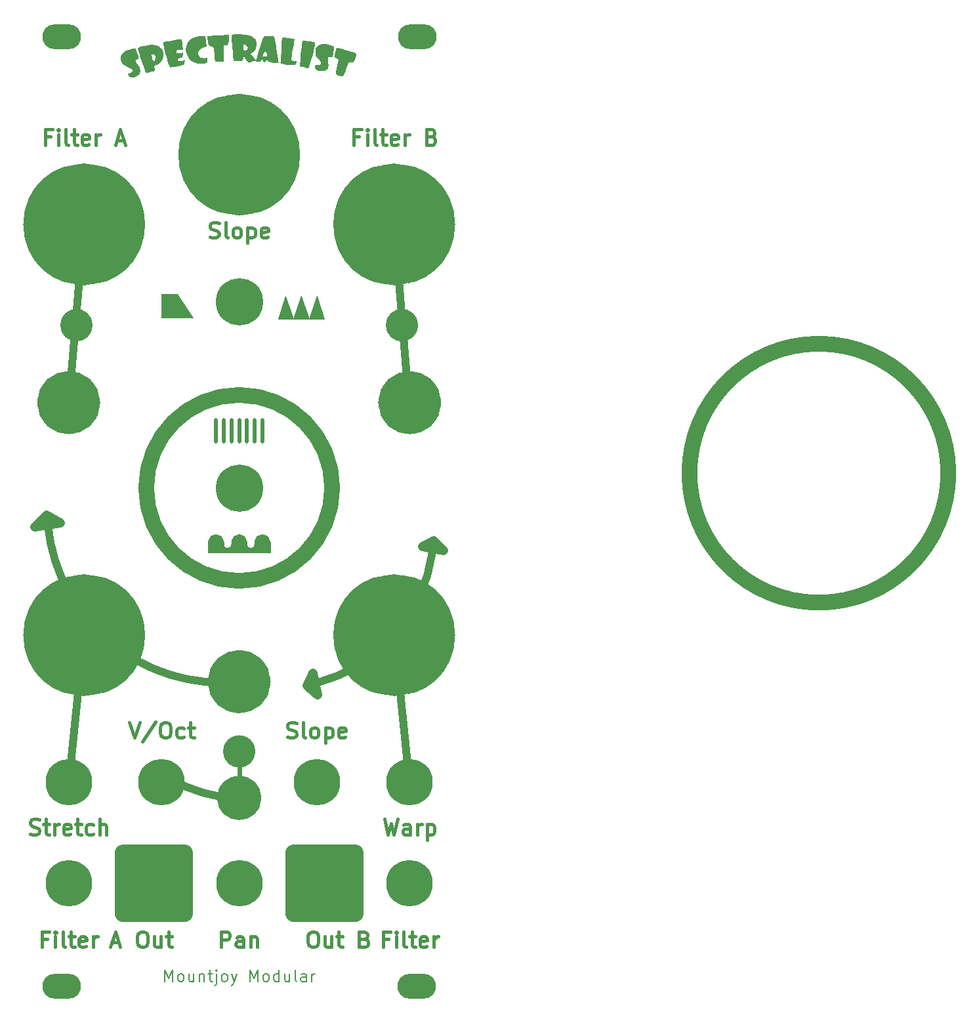
<source format=gbr>
%TF.GenerationSoftware,KiCad,Pcbnew,8.0.5*%
%TF.CreationDate,2025-01-09T11:38:12+00:00*%
%TF.ProjectId,Spectralist_Panel,53706563-7472-4616-9c69-73745f50616e,rev?*%
%TF.SameCoordinates,Original*%
%TF.FileFunction,Soldermask,Top*%
%TF.FilePolarity,Negative*%
%FSLAX46Y46*%
G04 Gerber Fmt 4.6, Leading zero omitted, Abs format (unit mm)*
G04 Created by KiCad (PCBNEW 8.0.5) date 2025-01-09 11:38:12*
%MOMM*%
%LPD*%
G01*
G04 APERTURE LIST*
%ADD10C,1.000000*%
%ADD11C,1.200000*%
%ADD12C,2.074846*%
%ADD13C,0.100000*%
%ADD14C,0.500000*%
%ADD15C,7.853175*%
%ADD16C,0.600000*%
%ADD17C,1.050000*%
%ADD18C,4.075000*%
%ADD19C,2.000000*%
%ADD20C,2.853175*%
%ADD21C,0.400000*%
%ADD22C,0.200000*%
%ADD23C,0.000000*%
%ADD24C,7.000000*%
%ADD25C,6.100000*%
%ADD26C,6.000000*%
%ADD27O,5.000000X3.200000*%
%ADD28C,6.400000*%
%ADD29C,3.500000*%
G04 APERTURE END LIST*
D10*
X130400000Y-142200000D02*
G75*
G02*
X120870299Y-139487569I1250277J22489423D01*
G01*
D11*
X153700000Y-109600000D02*
X155100000Y-108800000D01*
D12*
X131037423Y-136000000D02*
G75*
G02*
X128962577Y-136000000I-1037423J0D01*
G01*
X128962577Y-136000000D02*
G75*
G02*
X131037423Y-136000000I1037423J0D01*
G01*
D10*
X108000000Y-91000000D02*
X110000000Y-68000000D01*
D13*
X129000000Y-109000000D02*
X131000000Y-109000000D01*
X131000000Y-110000000D01*
X129000000Y-110000000D01*
X129000000Y-109000000D01*
G36*
X129000000Y-109000000D02*
G01*
X131000000Y-109000000D01*
X131000000Y-110000000D01*
X129000000Y-110000000D01*
X129000000Y-109000000D01*
G37*
D14*
X128000000Y-96000000D02*
X128000000Y-93250000D01*
D11*
X156400000Y-110100000D02*
X153700000Y-109600000D01*
D15*
X133926587Y-59000000D02*
G75*
G02*
X126073413Y-59000000I-3926587J0D01*
G01*
X126073413Y-59000000D02*
G75*
G02*
X133926587Y-59000000I3926587J0D01*
G01*
D16*
X130031383Y-137400000D02*
X130031383Y-143800000D01*
D17*
X133525000Y-109000000D02*
G75*
G02*
X132475000Y-109000000I-525000J0D01*
G01*
X132475000Y-109000000D02*
G75*
G02*
X133525000Y-109000000I525000J0D01*
G01*
D11*
X103650000Y-107050000D02*
X105150000Y-105550000D01*
D14*
X127000000Y-96000000D02*
X127000000Y-93250000D01*
D15*
X113926587Y-68000000D02*
G75*
G02*
X106073413Y-68000000I-3926587J0D01*
G01*
X106073413Y-68000000D02*
G75*
G02*
X113926587Y-68000000I3926587J0D01*
G01*
D12*
X152037423Y-81000000D02*
G75*
G02*
X149962577Y-81000000I-1037423J0D01*
G01*
X149962577Y-81000000D02*
G75*
G02*
X152037423Y-81000000I1037423J0D01*
G01*
D10*
X152000000Y-140000000D02*
X150000000Y-121000000D01*
D13*
X124000000Y-80000000D02*
X120000000Y-80000000D01*
X120000000Y-77000000D01*
X122000000Y-77000000D01*
X124000000Y-80000000D01*
G36*
X124000000Y-80000000D02*
G01*
X120000000Y-80000000D01*
X120000000Y-77000000D01*
X122000000Y-77000000D01*
X124000000Y-80000000D01*
G37*
D17*
X127525000Y-109000000D02*
G75*
G02*
X126475000Y-109000000I-525000J0D01*
G01*
X126475000Y-109000000D02*
G75*
G02*
X127525000Y-109000000I525000J0D01*
G01*
D11*
X105150000Y-105550000D02*
X106950000Y-106550000D01*
D14*
X132000000Y-96000000D02*
X132000000Y-93250000D01*
D15*
X113926587Y-121000000D02*
G75*
G02*
X106073413Y-121000000I-3926587J0D01*
G01*
X106073413Y-121000000D02*
G75*
G02*
X113926587Y-121000000I3926587J0D01*
G01*
D14*
X132202663Y-109305313D02*
G75*
G02*
X130802717Y-109299986I-699963J5313D01*
G01*
D13*
X126000000Y-109800000D02*
X134000000Y-109800000D01*
X134000000Y-110300000D01*
X126000000Y-110300000D01*
X126000000Y-109800000D01*
G36*
X126000000Y-109800000D02*
G01*
X134000000Y-109800000D01*
X134000000Y-110300000D01*
X126000000Y-110300000D01*
X126000000Y-109800000D01*
G37*
D14*
X131000000Y-96000000D02*
X131000000Y-93250000D01*
D18*
X110037500Y-91000000D02*
G75*
G02*
X105962500Y-91000000I-2037500J0D01*
G01*
X105962500Y-91000000D02*
G75*
G02*
X110037500Y-91000000I2037500J0D01*
G01*
D14*
X129199999Y-109305327D02*
G75*
G02*
X127799981Y-109300000I-699999J5327D01*
G01*
D15*
X153926587Y-121000000D02*
G75*
G02*
X146073413Y-121000000I-3926587J0D01*
G01*
X146073413Y-121000000D02*
G75*
G02*
X153926587Y-121000000I3926587J0D01*
G01*
D14*
X130000000Y-96000000D02*
X130000000Y-93250000D01*
D11*
X138800000Y-127500000D02*
X139500000Y-125900000D01*
D18*
X154037500Y-91000000D02*
G75*
G02*
X149962500Y-91000000I-2037500J0D01*
G01*
X149962500Y-91000000D02*
G75*
G02*
X154037500Y-91000000I2037500J0D01*
G01*
D19*
X115000000Y-149000000D02*
X123000000Y-149000000D01*
X123000000Y-157000000D01*
X115000000Y-157000000D01*
X115000000Y-149000000D01*
G36*
X115000000Y-149000000D02*
G01*
X123000000Y-149000000D01*
X123000000Y-157000000D01*
X115000000Y-157000000D01*
X115000000Y-149000000D01*
G37*
X142000000Y-102000000D02*
G75*
G02*
X118000000Y-102000000I-12000000J0D01*
G01*
X118000000Y-102000000D02*
G75*
G02*
X142000000Y-102000000I12000000J0D01*
G01*
D11*
X106950000Y-106550000D02*
X103650000Y-107050000D01*
D19*
X221501198Y-100098803D02*
G75*
G02*
X188098802Y-100098803I-16701198J0D01*
G01*
X188098802Y-100098803D02*
G75*
G02*
X221501198Y-100098803I16701198J0D01*
G01*
D11*
X139500000Y-125900000D02*
X140100000Y-128700000D01*
X140100000Y-128700000D02*
X138800000Y-127500000D01*
X155100000Y-108800000D02*
X156400000Y-110100000D01*
D10*
X130031754Y-127000000D02*
G75*
G02*
X105319064Y-106864249I-2271294J22445300D01*
G01*
D13*
X126000000Y-109000000D02*
X128000000Y-109000000D01*
X128000000Y-110000000D01*
X126000000Y-110000000D01*
X126000000Y-109000000D01*
G36*
X126000000Y-109000000D02*
G01*
X128000000Y-109000000D01*
X128000000Y-110000000D01*
X126000000Y-110000000D01*
X126000000Y-109000000D01*
G37*
X137000000Y-80200000D02*
X135000000Y-80200000D01*
X136000000Y-77200000D01*
X137000000Y-80200000D01*
G36*
X137000000Y-80200000D02*
G01*
X135000000Y-80200000D01*
X136000000Y-77200000D01*
X137000000Y-80200000D01*
G37*
X139000000Y-80200000D02*
X137000000Y-80200000D01*
X138000000Y-77200000D01*
X139000000Y-80200000D01*
G36*
X139000000Y-80200000D02*
G01*
X137000000Y-80200000D01*
X138000000Y-77200000D01*
X139000000Y-80200000D01*
G37*
X141000000Y-80200000D02*
X139000000Y-80200000D01*
X140000000Y-77200000D01*
X141000000Y-80200000D01*
G36*
X141000000Y-80200000D02*
G01*
X139000000Y-80200000D01*
X140000000Y-77200000D01*
X141000000Y-80200000D01*
G37*
D12*
X110037423Y-81000000D02*
G75*
G02*
X107962577Y-81000000I-1037423J0D01*
G01*
X107962577Y-81000000D02*
G75*
G02*
X110037423Y-81000000I1037423J0D01*
G01*
D20*
X131426587Y-142000000D02*
G75*
G02*
X128573413Y-142000000I-1426587J0D01*
G01*
X128573413Y-142000000D02*
G75*
G02*
X131426587Y-142000000I1426587J0D01*
G01*
D14*
X133000000Y-96000000D02*
X133000000Y-93250000D01*
D18*
X132037500Y-127000000D02*
G75*
G02*
X127962500Y-127000000I-2037500J0D01*
G01*
X127962500Y-127000000D02*
G75*
G02*
X132037500Y-127000000I2037500J0D01*
G01*
D10*
X108000000Y-140000000D02*
X110000000Y-121000000D01*
D19*
X137000000Y-149000000D02*
X145000000Y-149000000D01*
X145000000Y-157000000D01*
X137000000Y-157000000D01*
X137000000Y-149000000D01*
G36*
X137000000Y-149000000D02*
G01*
X145000000Y-149000000D01*
X145000000Y-157000000D01*
X137000000Y-157000000D01*
X137000000Y-149000000D01*
G37*
D10*
X152000000Y-92000000D02*
X150000000Y-68000000D01*
D13*
X132000000Y-109000000D02*
X134000000Y-109000000D01*
X134000000Y-110000000D01*
X132000000Y-110000000D01*
X132000000Y-109000000D01*
G36*
X132000000Y-109000000D02*
G01*
X134000000Y-109000000D01*
X134000000Y-110000000D01*
X132000000Y-110000000D01*
X132000000Y-109000000D01*
G37*
D10*
X154923857Y-110311906D02*
G75*
G02*
X139986295Y-127181051I-20173567J2815466D01*
G01*
D17*
X130525000Y-109000000D02*
G75*
G02*
X129475000Y-109000000I-525000J0D01*
G01*
X129475000Y-109000000D02*
G75*
G02*
X130525000Y-109000000I525000J0D01*
G01*
D15*
X153926587Y-68000000D02*
G75*
G02*
X146073413Y-68000000I-3926587J0D01*
G01*
X146073413Y-68000000D02*
G75*
G02*
X153926587Y-68000000I3926587J0D01*
G01*
D14*
X129000000Y-96000000D02*
X129000000Y-93250000D01*
D21*
X148714286Y-144734438D02*
X149190476Y-146734438D01*
X149190476Y-146734438D02*
X149571429Y-145305866D01*
X149571429Y-145305866D02*
X149952381Y-146734438D01*
X149952381Y-146734438D02*
X150428572Y-144734438D01*
X152047619Y-146734438D02*
X152047619Y-145686819D01*
X152047619Y-145686819D02*
X151952381Y-145496342D01*
X151952381Y-145496342D02*
X151761905Y-145401104D01*
X151761905Y-145401104D02*
X151380952Y-145401104D01*
X151380952Y-145401104D02*
X151190476Y-145496342D01*
X152047619Y-146639200D02*
X151857143Y-146734438D01*
X151857143Y-146734438D02*
X151380952Y-146734438D01*
X151380952Y-146734438D02*
X151190476Y-146639200D01*
X151190476Y-146639200D02*
X151095238Y-146448723D01*
X151095238Y-146448723D02*
X151095238Y-146258247D01*
X151095238Y-146258247D02*
X151190476Y-146067771D01*
X151190476Y-146067771D02*
X151380952Y-145972533D01*
X151380952Y-145972533D02*
X151857143Y-145972533D01*
X151857143Y-145972533D02*
X152047619Y-145877295D01*
X153000000Y-146734438D02*
X153000000Y-145401104D01*
X153000000Y-145782057D02*
X153095238Y-145591580D01*
X153095238Y-145591580D02*
X153190476Y-145496342D01*
X153190476Y-145496342D02*
X153380952Y-145401104D01*
X153380952Y-145401104D02*
X153571429Y-145401104D01*
X154238095Y-145401104D02*
X154238095Y-147401104D01*
X154238095Y-145496342D02*
X154428571Y-145401104D01*
X154428571Y-145401104D02*
X154809524Y-145401104D01*
X154809524Y-145401104D02*
X155000000Y-145496342D01*
X155000000Y-145496342D02*
X155095238Y-145591580D01*
X155095238Y-145591580D02*
X155190476Y-145782057D01*
X155190476Y-145782057D02*
X155190476Y-146353485D01*
X155190476Y-146353485D02*
X155095238Y-146543961D01*
X155095238Y-146543961D02*
X155000000Y-146639200D01*
X155000000Y-146639200D02*
X154809524Y-146734438D01*
X154809524Y-146734438D02*
X154428571Y-146734438D01*
X154428571Y-146734438D02*
X154238095Y-146639200D01*
X149238095Y-160186819D02*
X148571428Y-160186819D01*
X148571428Y-161234438D02*
X148571428Y-159234438D01*
X148571428Y-159234438D02*
X149523809Y-159234438D01*
X150285714Y-161234438D02*
X150285714Y-159901104D01*
X150285714Y-159234438D02*
X150190476Y-159329676D01*
X150190476Y-159329676D02*
X150285714Y-159424914D01*
X150285714Y-159424914D02*
X150380952Y-159329676D01*
X150380952Y-159329676D02*
X150285714Y-159234438D01*
X150285714Y-159234438D02*
X150285714Y-159424914D01*
X151523809Y-161234438D02*
X151333333Y-161139200D01*
X151333333Y-161139200D02*
X151238095Y-160948723D01*
X151238095Y-160948723D02*
X151238095Y-159234438D01*
X152000000Y-159901104D02*
X152761904Y-159901104D01*
X152285714Y-159234438D02*
X152285714Y-160948723D01*
X152285714Y-160948723D02*
X152380952Y-161139200D01*
X152380952Y-161139200D02*
X152571428Y-161234438D01*
X152571428Y-161234438D02*
X152761904Y-161234438D01*
X154190476Y-161139200D02*
X154000000Y-161234438D01*
X154000000Y-161234438D02*
X153619047Y-161234438D01*
X153619047Y-161234438D02*
X153428571Y-161139200D01*
X153428571Y-161139200D02*
X153333333Y-160948723D01*
X153333333Y-160948723D02*
X153333333Y-160186819D01*
X153333333Y-160186819D02*
X153428571Y-159996342D01*
X153428571Y-159996342D02*
X153619047Y-159901104D01*
X153619047Y-159901104D02*
X154000000Y-159901104D01*
X154000000Y-159901104D02*
X154190476Y-159996342D01*
X154190476Y-159996342D02*
X154285714Y-160186819D01*
X154285714Y-160186819D02*
X154285714Y-160377295D01*
X154285714Y-160377295D02*
X153333333Y-160567771D01*
X155142857Y-161234438D02*
X155142857Y-159901104D01*
X155142857Y-160282057D02*
X155238095Y-160091580D01*
X155238095Y-160091580D02*
X155333333Y-159996342D01*
X155333333Y-159996342D02*
X155523809Y-159901104D01*
X155523809Y-159901104D02*
X155714286Y-159901104D01*
X117333333Y-159234438D02*
X117714286Y-159234438D01*
X117714286Y-159234438D02*
X117904762Y-159329676D01*
X117904762Y-159329676D02*
X118095238Y-159520152D01*
X118095238Y-159520152D02*
X118190476Y-159901104D01*
X118190476Y-159901104D02*
X118190476Y-160567771D01*
X118190476Y-160567771D02*
X118095238Y-160948723D01*
X118095238Y-160948723D02*
X117904762Y-161139200D01*
X117904762Y-161139200D02*
X117714286Y-161234438D01*
X117714286Y-161234438D02*
X117333333Y-161234438D01*
X117333333Y-161234438D02*
X117142857Y-161139200D01*
X117142857Y-161139200D02*
X116952381Y-160948723D01*
X116952381Y-160948723D02*
X116857143Y-160567771D01*
X116857143Y-160567771D02*
X116857143Y-159901104D01*
X116857143Y-159901104D02*
X116952381Y-159520152D01*
X116952381Y-159520152D02*
X117142857Y-159329676D01*
X117142857Y-159329676D02*
X117333333Y-159234438D01*
X119904762Y-159901104D02*
X119904762Y-161234438D01*
X119047619Y-159901104D02*
X119047619Y-160948723D01*
X119047619Y-160948723D02*
X119142857Y-161139200D01*
X119142857Y-161139200D02*
X119333333Y-161234438D01*
X119333333Y-161234438D02*
X119619048Y-161234438D01*
X119619048Y-161234438D02*
X119809524Y-161139200D01*
X119809524Y-161139200D02*
X119904762Y-161043961D01*
X120571429Y-159901104D02*
X121333333Y-159901104D01*
X120857143Y-159234438D02*
X120857143Y-160948723D01*
X120857143Y-160948723D02*
X120952381Y-161139200D01*
X120952381Y-161139200D02*
X121142857Y-161234438D01*
X121142857Y-161234438D02*
X121333333Y-161234438D01*
X127666666Y-161234438D02*
X127666666Y-159234438D01*
X127666666Y-159234438D02*
X128428571Y-159234438D01*
X128428571Y-159234438D02*
X128619047Y-159329676D01*
X128619047Y-159329676D02*
X128714285Y-159424914D01*
X128714285Y-159424914D02*
X128809523Y-159615390D01*
X128809523Y-159615390D02*
X128809523Y-159901104D01*
X128809523Y-159901104D02*
X128714285Y-160091580D01*
X128714285Y-160091580D02*
X128619047Y-160186819D01*
X128619047Y-160186819D02*
X128428571Y-160282057D01*
X128428571Y-160282057D02*
X127666666Y-160282057D01*
X130523809Y-161234438D02*
X130523809Y-160186819D01*
X130523809Y-160186819D02*
X130428571Y-159996342D01*
X130428571Y-159996342D02*
X130238095Y-159901104D01*
X130238095Y-159901104D02*
X129857142Y-159901104D01*
X129857142Y-159901104D02*
X129666666Y-159996342D01*
X130523809Y-161139200D02*
X130333333Y-161234438D01*
X130333333Y-161234438D02*
X129857142Y-161234438D01*
X129857142Y-161234438D02*
X129666666Y-161139200D01*
X129666666Y-161139200D02*
X129571428Y-160948723D01*
X129571428Y-160948723D02*
X129571428Y-160758247D01*
X129571428Y-160758247D02*
X129666666Y-160567771D01*
X129666666Y-160567771D02*
X129857142Y-160472533D01*
X129857142Y-160472533D02*
X130333333Y-160472533D01*
X130333333Y-160472533D02*
X130523809Y-160377295D01*
X131476190Y-159901104D02*
X131476190Y-161234438D01*
X131476190Y-160091580D02*
X131571428Y-159996342D01*
X131571428Y-159996342D02*
X131761904Y-159901104D01*
X131761904Y-159901104D02*
X132047619Y-159901104D01*
X132047619Y-159901104D02*
X132238095Y-159996342D01*
X132238095Y-159996342D02*
X132333333Y-160186819D01*
X132333333Y-160186819D02*
X132333333Y-161234438D01*
D22*
X120428570Y-165683528D02*
X120428570Y-164183528D01*
X120428570Y-164183528D02*
X120928570Y-165254957D01*
X120928570Y-165254957D02*
X121428570Y-164183528D01*
X121428570Y-164183528D02*
X121428570Y-165683528D01*
X122357142Y-165683528D02*
X122214285Y-165612100D01*
X122214285Y-165612100D02*
X122142856Y-165540671D01*
X122142856Y-165540671D02*
X122071428Y-165397814D01*
X122071428Y-165397814D02*
X122071428Y-164969242D01*
X122071428Y-164969242D02*
X122142856Y-164826385D01*
X122142856Y-164826385D02*
X122214285Y-164754957D01*
X122214285Y-164754957D02*
X122357142Y-164683528D01*
X122357142Y-164683528D02*
X122571428Y-164683528D01*
X122571428Y-164683528D02*
X122714285Y-164754957D01*
X122714285Y-164754957D02*
X122785714Y-164826385D01*
X122785714Y-164826385D02*
X122857142Y-164969242D01*
X122857142Y-164969242D02*
X122857142Y-165397814D01*
X122857142Y-165397814D02*
X122785714Y-165540671D01*
X122785714Y-165540671D02*
X122714285Y-165612100D01*
X122714285Y-165612100D02*
X122571428Y-165683528D01*
X122571428Y-165683528D02*
X122357142Y-165683528D01*
X124142857Y-164683528D02*
X124142857Y-165683528D01*
X123499999Y-164683528D02*
X123499999Y-165469242D01*
X123499999Y-165469242D02*
X123571428Y-165612100D01*
X123571428Y-165612100D02*
X123714285Y-165683528D01*
X123714285Y-165683528D02*
X123928571Y-165683528D01*
X123928571Y-165683528D02*
X124071428Y-165612100D01*
X124071428Y-165612100D02*
X124142857Y-165540671D01*
X124857142Y-164683528D02*
X124857142Y-165683528D01*
X124857142Y-164826385D02*
X124928571Y-164754957D01*
X124928571Y-164754957D02*
X125071428Y-164683528D01*
X125071428Y-164683528D02*
X125285714Y-164683528D01*
X125285714Y-164683528D02*
X125428571Y-164754957D01*
X125428571Y-164754957D02*
X125500000Y-164897814D01*
X125500000Y-164897814D02*
X125500000Y-165683528D01*
X126000000Y-164683528D02*
X126571428Y-164683528D01*
X126214285Y-164183528D02*
X126214285Y-165469242D01*
X126214285Y-165469242D02*
X126285714Y-165612100D01*
X126285714Y-165612100D02*
X126428571Y-165683528D01*
X126428571Y-165683528D02*
X126571428Y-165683528D01*
X127071428Y-164683528D02*
X127071428Y-165969242D01*
X127071428Y-165969242D02*
X127000000Y-166112100D01*
X127000000Y-166112100D02*
X126857143Y-166183528D01*
X126857143Y-166183528D02*
X126785714Y-166183528D01*
X127071428Y-164183528D02*
X127000000Y-164254957D01*
X127000000Y-164254957D02*
X127071428Y-164326385D01*
X127071428Y-164326385D02*
X127142857Y-164254957D01*
X127142857Y-164254957D02*
X127071428Y-164183528D01*
X127071428Y-164183528D02*
X127071428Y-164326385D01*
X128000000Y-165683528D02*
X127857143Y-165612100D01*
X127857143Y-165612100D02*
X127785714Y-165540671D01*
X127785714Y-165540671D02*
X127714286Y-165397814D01*
X127714286Y-165397814D02*
X127714286Y-164969242D01*
X127714286Y-164969242D02*
X127785714Y-164826385D01*
X127785714Y-164826385D02*
X127857143Y-164754957D01*
X127857143Y-164754957D02*
X128000000Y-164683528D01*
X128000000Y-164683528D02*
X128214286Y-164683528D01*
X128214286Y-164683528D02*
X128357143Y-164754957D01*
X128357143Y-164754957D02*
X128428572Y-164826385D01*
X128428572Y-164826385D02*
X128500000Y-164969242D01*
X128500000Y-164969242D02*
X128500000Y-165397814D01*
X128500000Y-165397814D02*
X128428572Y-165540671D01*
X128428572Y-165540671D02*
X128357143Y-165612100D01*
X128357143Y-165612100D02*
X128214286Y-165683528D01*
X128214286Y-165683528D02*
X128000000Y-165683528D01*
X129000000Y-164683528D02*
X129357143Y-165683528D01*
X129714286Y-164683528D02*
X129357143Y-165683528D01*
X129357143Y-165683528D02*
X129214286Y-166040671D01*
X129214286Y-166040671D02*
X129142857Y-166112100D01*
X129142857Y-166112100D02*
X129000000Y-166183528D01*
X131428571Y-165683528D02*
X131428571Y-164183528D01*
X131428571Y-164183528D02*
X131928571Y-165254957D01*
X131928571Y-165254957D02*
X132428571Y-164183528D01*
X132428571Y-164183528D02*
X132428571Y-165683528D01*
X133357143Y-165683528D02*
X133214286Y-165612100D01*
X133214286Y-165612100D02*
X133142857Y-165540671D01*
X133142857Y-165540671D02*
X133071429Y-165397814D01*
X133071429Y-165397814D02*
X133071429Y-164969242D01*
X133071429Y-164969242D02*
X133142857Y-164826385D01*
X133142857Y-164826385D02*
X133214286Y-164754957D01*
X133214286Y-164754957D02*
X133357143Y-164683528D01*
X133357143Y-164683528D02*
X133571429Y-164683528D01*
X133571429Y-164683528D02*
X133714286Y-164754957D01*
X133714286Y-164754957D02*
X133785715Y-164826385D01*
X133785715Y-164826385D02*
X133857143Y-164969242D01*
X133857143Y-164969242D02*
X133857143Y-165397814D01*
X133857143Y-165397814D02*
X133785715Y-165540671D01*
X133785715Y-165540671D02*
X133714286Y-165612100D01*
X133714286Y-165612100D02*
X133571429Y-165683528D01*
X133571429Y-165683528D02*
X133357143Y-165683528D01*
X135142858Y-165683528D02*
X135142858Y-164183528D01*
X135142858Y-165612100D02*
X135000000Y-165683528D01*
X135000000Y-165683528D02*
X134714286Y-165683528D01*
X134714286Y-165683528D02*
X134571429Y-165612100D01*
X134571429Y-165612100D02*
X134500000Y-165540671D01*
X134500000Y-165540671D02*
X134428572Y-165397814D01*
X134428572Y-165397814D02*
X134428572Y-164969242D01*
X134428572Y-164969242D02*
X134500000Y-164826385D01*
X134500000Y-164826385D02*
X134571429Y-164754957D01*
X134571429Y-164754957D02*
X134714286Y-164683528D01*
X134714286Y-164683528D02*
X135000000Y-164683528D01*
X135000000Y-164683528D02*
X135142858Y-164754957D01*
X136500001Y-164683528D02*
X136500001Y-165683528D01*
X135857143Y-164683528D02*
X135857143Y-165469242D01*
X135857143Y-165469242D02*
X135928572Y-165612100D01*
X135928572Y-165612100D02*
X136071429Y-165683528D01*
X136071429Y-165683528D02*
X136285715Y-165683528D01*
X136285715Y-165683528D02*
X136428572Y-165612100D01*
X136428572Y-165612100D02*
X136500001Y-165540671D01*
X137428572Y-165683528D02*
X137285715Y-165612100D01*
X137285715Y-165612100D02*
X137214286Y-165469242D01*
X137214286Y-165469242D02*
X137214286Y-164183528D01*
X138642858Y-165683528D02*
X138642858Y-164897814D01*
X138642858Y-164897814D02*
X138571429Y-164754957D01*
X138571429Y-164754957D02*
X138428572Y-164683528D01*
X138428572Y-164683528D02*
X138142858Y-164683528D01*
X138142858Y-164683528D02*
X138000000Y-164754957D01*
X138642858Y-165612100D02*
X138500000Y-165683528D01*
X138500000Y-165683528D02*
X138142858Y-165683528D01*
X138142858Y-165683528D02*
X138000000Y-165612100D01*
X138000000Y-165612100D02*
X137928572Y-165469242D01*
X137928572Y-165469242D02*
X137928572Y-165326385D01*
X137928572Y-165326385D02*
X138000000Y-165183528D01*
X138000000Y-165183528D02*
X138142858Y-165112100D01*
X138142858Y-165112100D02*
X138500000Y-165112100D01*
X138500000Y-165112100D02*
X138642858Y-165040671D01*
X139357143Y-165683528D02*
X139357143Y-164683528D01*
X139357143Y-164969242D02*
X139428572Y-164826385D01*
X139428572Y-164826385D02*
X139500001Y-164754957D01*
X139500001Y-164754957D02*
X139642858Y-164683528D01*
X139642858Y-164683528D02*
X139785715Y-164683528D01*
D21*
X113523809Y-160663009D02*
X114476190Y-160663009D01*
X113333333Y-161234438D02*
X113999999Y-159234438D01*
X113999999Y-159234438D02*
X114666666Y-161234438D01*
X139333333Y-159234438D02*
X139714286Y-159234438D01*
X139714286Y-159234438D02*
X139904762Y-159329676D01*
X139904762Y-159329676D02*
X140095238Y-159520152D01*
X140095238Y-159520152D02*
X140190476Y-159901104D01*
X140190476Y-159901104D02*
X140190476Y-160567771D01*
X140190476Y-160567771D02*
X140095238Y-160948723D01*
X140095238Y-160948723D02*
X139904762Y-161139200D01*
X139904762Y-161139200D02*
X139714286Y-161234438D01*
X139714286Y-161234438D02*
X139333333Y-161234438D01*
X139333333Y-161234438D02*
X139142857Y-161139200D01*
X139142857Y-161139200D02*
X138952381Y-160948723D01*
X138952381Y-160948723D02*
X138857143Y-160567771D01*
X138857143Y-160567771D02*
X138857143Y-159901104D01*
X138857143Y-159901104D02*
X138952381Y-159520152D01*
X138952381Y-159520152D02*
X139142857Y-159329676D01*
X139142857Y-159329676D02*
X139333333Y-159234438D01*
X141904762Y-159901104D02*
X141904762Y-161234438D01*
X141047619Y-159901104D02*
X141047619Y-160948723D01*
X141047619Y-160948723D02*
X141142857Y-161139200D01*
X141142857Y-161139200D02*
X141333333Y-161234438D01*
X141333333Y-161234438D02*
X141619048Y-161234438D01*
X141619048Y-161234438D02*
X141809524Y-161139200D01*
X141809524Y-161139200D02*
X141904762Y-161043961D01*
X142571429Y-159901104D02*
X143333333Y-159901104D01*
X142857143Y-159234438D02*
X142857143Y-160948723D01*
X142857143Y-160948723D02*
X142952381Y-161139200D01*
X142952381Y-161139200D02*
X143142857Y-161234438D01*
X143142857Y-161234438D02*
X143333333Y-161234438D01*
X105238095Y-160186819D02*
X104571428Y-160186819D01*
X104571428Y-161234438D02*
X104571428Y-159234438D01*
X104571428Y-159234438D02*
X105523809Y-159234438D01*
X106285714Y-161234438D02*
X106285714Y-159901104D01*
X106285714Y-159234438D02*
X106190476Y-159329676D01*
X106190476Y-159329676D02*
X106285714Y-159424914D01*
X106285714Y-159424914D02*
X106380952Y-159329676D01*
X106380952Y-159329676D02*
X106285714Y-159234438D01*
X106285714Y-159234438D02*
X106285714Y-159424914D01*
X107523809Y-161234438D02*
X107333333Y-161139200D01*
X107333333Y-161139200D02*
X107238095Y-160948723D01*
X107238095Y-160948723D02*
X107238095Y-159234438D01*
X108000000Y-159901104D02*
X108761904Y-159901104D01*
X108285714Y-159234438D02*
X108285714Y-160948723D01*
X108285714Y-160948723D02*
X108380952Y-161139200D01*
X108380952Y-161139200D02*
X108571428Y-161234438D01*
X108571428Y-161234438D02*
X108761904Y-161234438D01*
X110190476Y-161139200D02*
X110000000Y-161234438D01*
X110000000Y-161234438D02*
X109619047Y-161234438D01*
X109619047Y-161234438D02*
X109428571Y-161139200D01*
X109428571Y-161139200D02*
X109333333Y-160948723D01*
X109333333Y-160948723D02*
X109333333Y-160186819D01*
X109333333Y-160186819D02*
X109428571Y-159996342D01*
X109428571Y-159996342D02*
X109619047Y-159901104D01*
X109619047Y-159901104D02*
X110000000Y-159901104D01*
X110000000Y-159901104D02*
X110190476Y-159996342D01*
X110190476Y-159996342D02*
X110285714Y-160186819D01*
X110285714Y-160186819D02*
X110285714Y-160377295D01*
X110285714Y-160377295D02*
X109333333Y-160567771D01*
X111142857Y-161234438D02*
X111142857Y-159901104D01*
X111142857Y-160282057D02*
X111238095Y-160091580D01*
X111238095Y-160091580D02*
X111333333Y-159996342D01*
X111333333Y-159996342D02*
X111523809Y-159901104D01*
X111523809Y-159901104D02*
X111714286Y-159901104D01*
X115809524Y-132234438D02*
X116476190Y-134234438D01*
X116476190Y-134234438D02*
X117142857Y-132234438D01*
X119238095Y-132139200D02*
X117523810Y-134710628D01*
X120285714Y-132234438D02*
X120666667Y-132234438D01*
X120666667Y-132234438D02*
X120857143Y-132329676D01*
X120857143Y-132329676D02*
X121047619Y-132520152D01*
X121047619Y-132520152D02*
X121142857Y-132901104D01*
X121142857Y-132901104D02*
X121142857Y-133567771D01*
X121142857Y-133567771D02*
X121047619Y-133948723D01*
X121047619Y-133948723D02*
X120857143Y-134139200D01*
X120857143Y-134139200D02*
X120666667Y-134234438D01*
X120666667Y-134234438D02*
X120285714Y-134234438D01*
X120285714Y-134234438D02*
X120095238Y-134139200D01*
X120095238Y-134139200D02*
X119904762Y-133948723D01*
X119904762Y-133948723D02*
X119809524Y-133567771D01*
X119809524Y-133567771D02*
X119809524Y-132901104D01*
X119809524Y-132901104D02*
X119904762Y-132520152D01*
X119904762Y-132520152D02*
X120095238Y-132329676D01*
X120095238Y-132329676D02*
X120285714Y-132234438D01*
X122857143Y-134139200D02*
X122666667Y-134234438D01*
X122666667Y-134234438D02*
X122285714Y-134234438D01*
X122285714Y-134234438D02*
X122095238Y-134139200D01*
X122095238Y-134139200D02*
X122000000Y-134043961D01*
X122000000Y-134043961D02*
X121904762Y-133853485D01*
X121904762Y-133853485D02*
X121904762Y-133282057D01*
X121904762Y-133282057D02*
X122000000Y-133091580D01*
X122000000Y-133091580D02*
X122095238Y-132996342D01*
X122095238Y-132996342D02*
X122285714Y-132901104D01*
X122285714Y-132901104D02*
X122666667Y-132901104D01*
X122666667Y-132901104D02*
X122857143Y-132996342D01*
X123428572Y-132901104D02*
X124190476Y-132901104D01*
X123714286Y-132234438D02*
X123714286Y-133948723D01*
X123714286Y-133948723D02*
X123809524Y-134139200D01*
X123809524Y-134139200D02*
X124000000Y-134234438D01*
X124000000Y-134234438D02*
X124190476Y-134234438D01*
X146142857Y-160186819D02*
X146428571Y-160282057D01*
X146428571Y-160282057D02*
X146523809Y-160377295D01*
X146523809Y-160377295D02*
X146619047Y-160567771D01*
X146619047Y-160567771D02*
X146619047Y-160853485D01*
X146619047Y-160853485D02*
X146523809Y-161043961D01*
X146523809Y-161043961D02*
X146428571Y-161139200D01*
X146428571Y-161139200D02*
X146238095Y-161234438D01*
X146238095Y-161234438D02*
X145476190Y-161234438D01*
X145476190Y-161234438D02*
X145476190Y-159234438D01*
X145476190Y-159234438D02*
X146142857Y-159234438D01*
X146142857Y-159234438D02*
X146333333Y-159329676D01*
X146333333Y-159329676D02*
X146428571Y-159424914D01*
X146428571Y-159424914D02*
X146523809Y-159615390D01*
X146523809Y-159615390D02*
X146523809Y-159805866D01*
X146523809Y-159805866D02*
X146428571Y-159996342D01*
X146428571Y-159996342D02*
X146333333Y-160091580D01*
X146333333Y-160091580D02*
X146142857Y-160186819D01*
X146142857Y-160186819D02*
X145476190Y-160186819D01*
X105619047Y-56686819D02*
X104952380Y-56686819D01*
X104952380Y-57734438D02*
X104952380Y-55734438D01*
X104952380Y-55734438D02*
X105904761Y-55734438D01*
X106666666Y-57734438D02*
X106666666Y-56401104D01*
X106666666Y-55734438D02*
X106571428Y-55829676D01*
X106571428Y-55829676D02*
X106666666Y-55924914D01*
X106666666Y-55924914D02*
X106761904Y-55829676D01*
X106761904Y-55829676D02*
X106666666Y-55734438D01*
X106666666Y-55734438D02*
X106666666Y-55924914D01*
X107904761Y-57734438D02*
X107714285Y-57639200D01*
X107714285Y-57639200D02*
X107619047Y-57448723D01*
X107619047Y-57448723D02*
X107619047Y-55734438D01*
X108380952Y-56401104D02*
X109142856Y-56401104D01*
X108666666Y-55734438D02*
X108666666Y-57448723D01*
X108666666Y-57448723D02*
X108761904Y-57639200D01*
X108761904Y-57639200D02*
X108952380Y-57734438D01*
X108952380Y-57734438D02*
X109142856Y-57734438D01*
X110571428Y-57639200D02*
X110380952Y-57734438D01*
X110380952Y-57734438D02*
X109999999Y-57734438D01*
X109999999Y-57734438D02*
X109809523Y-57639200D01*
X109809523Y-57639200D02*
X109714285Y-57448723D01*
X109714285Y-57448723D02*
X109714285Y-56686819D01*
X109714285Y-56686819D02*
X109809523Y-56496342D01*
X109809523Y-56496342D02*
X109999999Y-56401104D01*
X109999999Y-56401104D02*
X110380952Y-56401104D01*
X110380952Y-56401104D02*
X110571428Y-56496342D01*
X110571428Y-56496342D02*
X110666666Y-56686819D01*
X110666666Y-56686819D02*
X110666666Y-56877295D01*
X110666666Y-56877295D02*
X109714285Y-57067771D01*
X111523809Y-57734438D02*
X111523809Y-56401104D01*
X111523809Y-56782057D02*
X111619047Y-56591580D01*
X111619047Y-56591580D02*
X111714285Y-56496342D01*
X111714285Y-56496342D02*
X111904761Y-56401104D01*
X111904761Y-56401104D02*
X112095238Y-56401104D01*
X114190476Y-57163009D02*
X115142857Y-57163009D01*
X114000000Y-57734438D02*
X114666666Y-55734438D01*
X114666666Y-55734438D02*
X115333333Y-57734438D01*
X103047619Y-146639200D02*
X103333333Y-146734438D01*
X103333333Y-146734438D02*
X103809524Y-146734438D01*
X103809524Y-146734438D02*
X104000000Y-146639200D01*
X104000000Y-146639200D02*
X104095238Y-146543961D01*
X104095238Y-146543961D02*
X104190476Y-146353485D01*
X104190476Y-146353485D02*
X104190476Y-146163009D01*
X104190476Y-146163009D02*
X104095238Y-145972533D01*
X104095238Y-145972533D02*
X104000000Y-145877295D01*
X104000000Y-145877295D02*
X103809524Y-145782057D01*
X103809524Y-145782057D02*
X103428571Y-145686819D01*
X103428571Y-145686819D02*
X103238095Y-145591580D01*
X103238095Y-145591580D02*
X103142857Y-145496342D01*
X103142857Y-145496342D02*
X103047619Y-145305866D01*
X103047619Y-145305866D02*
X103047619Y-145115390D01*
X103047619Y-145115390D02*
X103142857Y-144924914D01*
X103142857Y-144924914D02*
X103238095Y-144829676D01*
X103238095Y-144829676D02*
X103428571Y-144734438D01*
X103428571Y-144734438D02*
X103904762Y-144734438D01*
X103904762Y-144734438D02*
X104190476Y-144829676D01*
X104761905Y-145401104D02*
X105523809Y-145401104D01*
X105047619Y-144734438D02*
X105047619Y-146448723D01*
X105047619Y-146448723D02*
X105142857Y-146639200D01*
X105142857Y-146639200D02*
X105333333Y-146734438D01*
X105333333Y-146734438D02*
X105523809Y-146734438D01*
X106190476Y-146734438D02*
X106190476Y-145401104D01*
X106190476Y-145782057D02*
X106285714Y-145591580D01*
X106285714Y-145591580D02*
X106380952Y-145496342D01*
X106380952Y-145496342D02*
X106571428Y-145401104D01*
X106571428Y-145401104D02*
X106761905Y-145401104D01*
X108190476Y-146639200D02*
X108000000Y-146734438D01*
X108000000Y-146734438D02*
X107619047Y-146734438D01*
X107619047Y-146734438D02*
X107428571Y-146639200D01*
X107428571Y-146639200D02*
X107333333Y-146448723D01*
X107333333Y-146448723D02*
X107333333Y-145686819D01*
X107333333Y-145686819D02*
X107428571Y-145496342D01*
X107428571Y-145496342D02*
X107619047Y-145401104D01*
X107619047Y-145401104D02*
X108000000Y-145401104D01*
X108000000Y-145401104D02*
X108190476Y-145496342D01*
X108190476Y-145496342D02*
X108285714Y-145686819D01*
X108285714Y-145686819D02*
X108285714Y-145877295D01*
X108285714Y-145877295D02*
X107333333Y-146067771D01*
X108857143Y-145401104D02*
X109619047Y-145401104D01*
X109142857Y-144734438D02*
X109142857Y-146448723D01*
X109142857Y-146448723D02*
X109238095Y-146639200D01*
X109238095Y-146639200D02*
X109428571Y-146734438D01*
X109428571Y-146734438D02*
X109619047Y-146734438D01*
X111142857Y-146639200D02*
X110952381Y-146734438D01*
X110952381Y-146734438D02*
X110571428Y-146734438D01*
X110571428Y-146734438D02*
X110380952Y-146639200D01*
X110380952Y-146639200D02*
X110285714Y-146543961D01*
X110285714Y-146543961D02*
X110190476Y-146353485D01*
X110190476Y-146353485D02*
X110190476Y-145782057D01*
X110190476Y-145782057D02*
X110285714Y-145591580D01*
X110285714Y-145591580D02*
X110380952Y-145496342D01*
X110380952Y-145496342D02*
X110571428Y-145401104D01*
X110571428Y-145401104D02*
X110952381Y-145401104D01*
X110952381Y-145401104D02*
X111142857Y-145496342D01*
X112000000Y-146734438D02*
X112000000Y-144734438D01*
X112857143Y-146734438D02*
X112857143Y-145686819D01*
X112857143Y-145686819D02*
X112761905Y-145496342D01*
X112761905Y-145496342D02*
X112571429Y-145401104D01*
X112571429Y-145401104D02*
X112285714Y-145401104D01*
X112285714Y-145401104D02*
X112095238Y-145496342D01*
X112095238Y-145496342D02*
X112000000Y-145591580D01*
X145476190Y-56686819D02*
X144809523Y-56686819D01*
X144809523Y-57734438D02*
X144809523Y-55734438D01*
X144809523Y-55734438D02*
X145761904Y-55734438D01*
X146523809Y-57734438D02*
X146523809Y-56401104D01*
X146523809Y-55734438D02*
X146428571Y-55829676D01*
X146428571Y-55829676D02*
X146523809Y-55924914D01*
X146523809Y-55924914D02*
X146619047Y-55829676D01*
X146619047Y-55829676D02*
X146523809Y-55734438D01*
X146523809Y-55734438D02*
X146523809Y-55924914D01*
X147761904Y-57734438D02*
X147571428Y-57639200D01*
X147571428Y-57639200D02*
X147476190Y-57448723D01*
X147476190Y-57448723D02*
X147476190Y-55734438D01*
X148238095Y-56401104D02*
X148999999Y-56401104D01*
X148523809Y-55734438D02*
X148523809Y-57448723D01*
X148523809Y-57448723D02*
X148619047Y-57639200D01*
X148619047Y-57639200D02*
X148809523Y-57734438D01*
X148809523Y-57734438D02*
X148999999Y-57734438D01*
X150428571Y-57639200D02*
X150238095Y-57734438D01*
X150238095Y-57734438D02*
X149857142Y-57734438D01*
X149857142Y-57734438D02*
X149666666Y-57639200D01*
X149666666Y-57639200D02*
X149571428Y-57448723D01*
X149571428Y-57448723D02*
X149571428Y-56686819D01*
X149571428Y-56686819D02*
X149666666Y-56496342D01*
X149666666Y-56496342D02*
X149857142Y-56401104D01*
X149857142Y-56401104D02*
X150238095Y-56401104D01*
X150238095Y-56401104D02*
X150428571Y-56496342D01*
X150428571Y-56496342D02*
X150523809Y-56686819D01*
X150523809Y-56686819D02*
X150523809Y-56877295D01*
X150523809Y-56877295D02*
X149571428Y-57067771D01*
X151380952Y-57734438D02*
X151380952Y-56401104D01*
X151380952Y-56782057D02*
X151476190Y-56591580D01*
X151476190Y-56591580D02*
X151571428Y-56496342D01*
X151571428Y-56496342D02*
X151761904Y-56401104D01*
X151761904Y-56401104D02*
X151952381Y-56401104D01*
X154809524Y-56686819D02*
X155095238Y-56782057D01*
X155095238Y-56782057D02*
X155190476Y-56877295D01*
X155190476Y-56877295D02*
X155285714Y-57067771D01*
X155285714Y-57067771D02*
X155285714Y-57353485D01*
X155285714Y-57353485D02*
X155190476Y-57543961D01*
X155190476Y-57543961D02*
X155095238Y-57639200D01*
X155095238Y-57639200D02*
X154904762Y-57734438D01*
X154904762Y-57734438D02*
X154142857Y-57734438D01*
X154142857Y-57734438D02*
X154142857Y-55734438D01*
X154142857Y-55734438D02*
X154809524Y-55734438D01*
X154809524Y-55734438D02*
X155000000Y-55829676D01*
X155000000Y-55829676D02*
X155095238Y-55924914D01*
X155095238Y-55924914D02*
X155190476Y-56115390D01*
X155190476Y-56115390D02*
X155190476Y-56305866D01*
X155190476Y-56305866D02*
X155095238Y-56496342D01*
X155095238Y-56496342D02*
X155000000Y-56591580D01*
X155000000Y-56591580D02*
X154809524Y-56686819D01*
X154809524Y-56686819D02*
X154142857Y-56686819D01*
X126238095Y-69639200D02*
X126523809Y-69734438D01*
X126523809Y-69734438D02*
X127000000Y-69734438D01*
X127000000Y-69734438D02*
X127190476Y-69639200D01*
X127190476Y-69639200D02*
X127285714Y-69543961D01*
X127285714Y-69543961D02*
X127380952Y-69353485D01*
X127380952Y-69353485D02*
X127380952Y-69163009D01*
X127380952Y-69163009D02*
X127285714Y-68972533D01*
X127285714Y-68972533D02*
X127190476Y-68877295D01*
X127190476Y-68877295D02*
X127000000Y-68782057D01*
X127000000Y-68782057D02*
X126619047Y-68686819D01*
X126619047Y-68686819D02*
X126428571Y-68591580D01*
X126428571Y-68591580D02*
X126333333Y-68496342D01*
X126333333Y-68496342D02*
X126238095Y-68305866D01*
X126238095Y-68305866D02*
X126238095Y-68115390D01*
X126238095Y-68115390D02*
X126333333Y-67924914D01*
X126333333Y-67924914D02*
X126428571Y-67829676D01*
X126428571Y-67829676D02*
X126619047Y-67734438D01*
X126619047Y-67734438D02*
X127095238Y-67734438D01*
X127095238Y-67734438D02*
X127380952Y-67829676D01*
X128523809Y-69734438D02*
X128333333Y-69639200D01*
X128333333Y-69639200D02*
X128238095Y-69448723D01*
X128238095Y-69448723D02*
X128238095Y-67734438D01*
X129571428Y-69734438D02*
X129380952Y-69639200D01*
X129380952Y-69639200D02*
X129285714Y-69543961D01*
X129285714Y-69543961D02*
X129190476Y-69353485D01*
X129190476Y-69353485D02*
X129190476Y-68782057D01*
X129190476Y-68782057D02*
X129285714Y-68591580D01*
X129285714Y-68591580D02*
X129380952Y-68496342D01*
X129380952Y-68496342D02*
X129571428Y-68401104D01*
X129571428Y-68401104D02*
X129857143Y-68401104D01*
X129857143Y-68401104D02*
X130047619Y-68496342D01*
X130047619Y-68496342D02*
X130142857Y-68591580D01*
X130142857Y-68591580D02*
X130238095Y-68782057D01*
X130238095Y-68782057D02*
X130238095Y-69353485D01*
X130238095Y-69353485D02*
X130142857Y-69543961D01*
X130142857Y-69543961D02*
X130047619Y-69639200D01*
X130047619Y-69639200D02*
X129857143Y-69734438D01*
X129857143Y-69734438D02*
X129571428Y-69734438D01*
X131095238Y-68401104D02*
X131095238Y-70401104D01*
X131095238Y-68496342D02*
X131285714Y-68401104D01*
X131285714Y-68401104D02*
X131666667Y-68401104D01*
X131666667Y-68401104D02*
X131857143Y-68496342D01*
X131857143Y-68496342D02*
X131952381Y-68591580D01*
X131952381Y-68591580D02*
X132047619Y-68782057D01*
X132047619Y-68782057D02*
X132047619Y-69353485D01*
X132047619Y-69353485D02*
X131952381Y-69543961D01*
X131952381Y-69543961D02*
X131857143Y-69639200D01*
X131857143Y-69639200D02*
X131666667Y-69734438D01*
X131666667Y-69734438D02*
X131285714Y-69734438D01*
X131285714Y-69734438D02*
X131095238Y-69639200D01*
X133666667Y-69639200D02*
X133476191Y-69734438D01*
X133476191Y-69734438D02*
X133095238Y-69734438D01*
X133095238Y-69734438D02*
X132904762Y-69639200D01*
X132904762Y-69639200D02*
X132809524Y-69448723D01*
X132809524Y-69448723D02*
X132809524Y-68686819D01*
X132809524Y-68686819D02*
X132904762Y-68496342D01*
X132904762Y-68496342D02*
X133095238Y-68401104D01*
X133095238Y-68401104D02*
X133476191Y-68401104D01*
X133476191Y-68401104D02*
X133666667Y-68496342D01*
X133666667Y-68496342D02*
X133761905Y-68686819D01*
X133761905Y-68686819D02*
X133761905Y-68877295D01*
X133761905Y-68877295D02*
X132809524Y-69067771D01*
X136238095Y-134139200D02*
X136523809Y-134234438D01*
X136523809Y-134234438D02*
X137000000Y-134234438D01*
X137000000Y-134234438D02*
X137190476Y-134139200D01*
X137190476Y-134139200D02*
X137285714Y-134043961D01*
X137285714Y-134043961D02*
X137380952Y-133853485D01*
X137380952Y-133853485D02*
X137380952Y-133663009D01*
X137380952Y-133663009D02*
X137285714Y-133472533D01*
X137285714Y-133472533D02*
X137190476Y-133377295D01*
X137190476Y-133377295D02*
X137000000Y-133282057D01*
X137000000Y-133282057D02*
X136619047Y-133186819D01*
X136619047Y-133186819D02*
X136428571Y-133091580D01*
X136428571Y-133091580D02*
X136333333Y-132996342D01*
X136333333Y-132996342D02*
X136238095Y-132805866D01*
X136238095Y-132805866D02*
X136238095Y-132615390D01*
X136238095Y-132615390D02*
X136333333Y-132424914D01*
X136333333Y-132424914D02*
X136428571Y-132329676D01*
X136428571Y-132329676D02*
X136619047Y-132234438D01*
X136619047Y-132234438D02*
X137095238Y-132234438D01*
X137095238Y-132234438D02*
X137380952Y-132329676D01*
X138523809Y-134234438D02*
X138333333Y-134139200D01*
X138333333Y-134139200D02*
X138238095Y-133948723D01*
X138238095Y-133948723D02*
X138238095Y-132234438D01*
X139571428Y-134234438D02*
X139380952Y-134139200D01*
X139380952Y-134139200D02*
X139285714Y-134043961D01*
X139285714Y-134043961D02*
X139190476Y-133853485D01*
X139190476Y-133853485D02*
X139190476Y-133282057D01*
X139190476Y-133282057D02*
X139285714Y-133091580D01*
X139285714Y-133091580D02*
X139380952Y-132996342D01*
X139380952Y-132996342D02*
X139571428Y-132901104D01*
X139571428Y-132901104D02*
X139857143Y-132901104D01*
X139857143Y-132901104D02*
X140047619Y-132996342D01*
X140047619Y-132996342D02*
X140142857Y-133091580D01*
X140142857Y-133091580D02*
X140238095Y-133282057D01*
X140238095Y-133282057D02*
X140238095Y-133853485D01*
X140238095Y-133853485D02*
X140142857Y-134043961D01*
X140142857Y-134043961D02*
X140047619Y-134139200D01*
X140047619Y-134139200D02*
X139857143Y-134234438D01*
X139857143Y-134234438D02*
X139571428Y-134234438D01*
X141095238Y-132901104D02*
X141095238Y-134901104D01*
X141095238Y-132996342D02*
X141285714Y-132901104D01*
X141285714Y-132901104D02*
X141666667Y-132901104D01*
X141666667Y-132901104D02*
X141857143Y-132996342D01*
X141857143Y-132996342D02*
X141952381Y-133091580D01*
X141952381Y-133091580D02*
X142047619Y-133282057D01*
X142047619Y-133282057D02*
X142047619Y-133853485D01*
X142047619Y-133853485D02*
X141952381Y-134043961D01*
X141952381Y-134043961D02*
X141857143Y-134139200D01*
X141857143Y-134139200D02*
X141666667Y-134234438D01*
X141666667Y-134234438D02*
X141285714Y-134234438D01*
X141285714Y-134234438D02*
X141095238Y-134139200D01*
X143666667Y-134139200D02*
X143476191Y-134234438D01*
X143476191Y-134234438D02*
X143095238Y-134234438D01*
X143095238Y-134234438D02*
X142904762Y-134139200D01*
X142904762Y-134139200D02*
X142809524Y-133948723D01*
X142809524Y-133948723D02*
X142809524Y-133186819D01*
X142809524Y-133186819D02*
X142904762Y-132996342D01*
X142904762Y-132996342D02*
X143095238Y-132901104D01*
X143095238Y-132901104D02*
X143476191Y-132901104D01*
X143476191Y-132901104D02*
X143666667Y-132996342D01*
X143666667Y-132996342D02*
X143761905Y-133186819D01*
X143761905Y-133186819D02*
X143761905Y-133377295D01*
X143761905Y-133377295D02*
X142809524Y-133567771D01*
D23*
%TO.C,G\u002A\u002A\u002A*%
G36*
X138511943Y-44295132D02*
G01*
X138826298Y-44339979D01*
X139167022Y-44396019D01*
X139481177Y-44454645D01*
X139715824Y-44507248D01*
X139811532Y-44539701D01*
X139819644Y-44644736D01*
X139781447Y-44893763D01*
X139706387Y-45251471D01*
X139603910Y-45682552D01*
X139483459Y-46151696D01*
X139354482Y-46623593D01*
X139226423Y-47062936D01*
X139108727Y-47434413D01*
X139010840Y-47702716D01*
X138942207Y-47832535D01*
X138928902Y-47839218D01*
X138786340Y-47814824D01*
X138525589Y-47763253D01*
X138309294Y-47718143D01*
X138007124Y-47642171D01*
X137852969Y-47564297D01*
X137807232Y-47461083D01*
X137808714Y-47421862D01*
X137873875Y-46789787D01*
X137940127Y-46171318D01*
X138004174Y-45594848D01*
X138062721Y-45088771D01*
X138112474Y-44681480D01*
X138150137Y-44401368D01*
X138172414Y-44276829D01*
X138174093Y-44273451D01*
X138276895Y-44270087D01*
X138511943Y-44295132D01*
G37*
G36*
X128678067Y-43952767D02*
G01*
X128662514Y-44286770D01*
X128624519Y-44598641D01*
X128619052Y-44627602D01*
X128548252Y-44837090D01*
X128410791Y-44915068D01*
X128288569Y-44922676D01*
X128017101Y-44922676D01*
X128017101Y-45961338D01*
X128017101Y-47000000D01*
X127462754Y-47000000D01*
X126908408Y-47000000D01*
X126846420Y-46409851D01*
X126789276Y-45872674D01*
X126742985Y-45495103D01*
X126697884Y-45249013D01*
X126644311Y-45106281D01*
X126572604Y-45038782D01*
X126473100Y-45018392D01*
X126367922Y-45017100D01*
X126205143Y-45009645D01*
X126105434Y-44959753D01*
X126042004Y-44826133D01*
X125988064Y-44567494D01*
X125957229Y-44384115D01*
X125909701Y-44061352D01*
X125885456Y-43820754D01*
X125889665Y-43713823D01*
X125889922Y-43713547D01*
X125992604Y-43696906D01*
X126249722Y-43676473D01*
X126626963Y-43654411D01*
X127090008Y-43632883D01*
X127302786Y-43624485D01*
X128678067Y-43573006D01*
X128678067Y-43952767D01*
G37*
G36*
X125710268Y-44419558D02*
G01*
X125812140Y-45096738D01*
X125474658Y-45158989D01*
X125118738Y-45291755D01*
X124861067Y-45516684D01*
X124720300Y-45794418D01*
X124715092Y-46085601D01*
X124864100Y-46350877D01*
X124895378Y-46381053D01*
X125125559Y-46494862D01*
X125436903Y-46545359D01*
X125732255Y-46522977D01*
X125853829Y-46475431D01*
X125923246Y-46474273D01*
X125931288Y-46614000D01*
X125911340Y-46760959D01*
X125862939Y-47002618D01*
X125816172Y-47150684D01*
X125807468Y-47163783D01*
X125696229Y-47193642D01*
X125451938Y-47225817D01*
X125166070Y-47250428D01*
X124736434Y-47256146D01*
X124403336Y-47196149D01*
X124189031Y-47111780D01*
X123729284Y-46807722D01*
X123395778Y-46408526D01*
X123190244Y-45947318D01*
X123114415Y-45457222D01*
X123170023Y-44971364D01*
X123358798Y-44522868D01*
X123682473Y-44144860D01*
X124022366Y-43923819D01*
X124470132Y-43787985D01*
X124995090Y-43745289D01*
X125608396Y-43742379D01*
X125710268Y-44419558D01*
G37*
G36*
X116863397Y-45876281D02*
G01*
X116981513Y-46230984D01*
X117040657Y-46446142D01*
X117041453Y-46561408D01*
X116984524Y-46616432D01*
X116875570Y-46649539D01*
X116671853Y-46762892D01*
X116639813Y-46952179D01*
X116779498Y-47218395D01*
X116911939Y-47378655D01*
X117169790Y-47768108D01*
X117251596Y-48150324D01*
X117161967Y-48499710D01*
X116905512Y-48790673D01*
X116629726Y-48945662D01*
X116254194Y-49063317D01*
X115983339Y-49045947D01*
X115784416Y-48888055D01*
X115722794Y-48793455D01*
X115622550Y-48603782D01*
X115620519Y-48526094D01*
X115717154Y-48510797D01*
X115725390Y-48510780D01*
X115947169Y-48455661D01*
X116141122Y-48323425D01*
X116247408Y-48163753D01*
X116245590Y-48078882D01*
X116136286Y-47969556D01*
X115902789Y-47821098D01*
X115597195Y-47666388D01*
X115268470Y-47492677D01*
X114994237Y-47303953D01*
X114844156Y-47153627D01*
X114714696Y-46814610D01*
X114694617Y-46421130D01*
X114788722Y-46072737D01*
X114791718Y-46067070D01*
X114970187Y-45877151D01*
X115278605Y-45680704D01*
X115661237Y-45505634D01*
X116062349Y-45379844D01*
X116228967Y-45347502D01*
X116662852Y-45282437D01*
X116863397Y-45876281D01*
G37*
G36*
X135905028Y-43899898D02*
G01*
X136198032Y-43933636D01*
X136525018Y-43978744D01*
X136828745Y-44026836D01*
X137051972Y-44069530D01*
X137136202Y-44095805D01*
X137132579Y-44196027D01*
X137098651Y-44446792D01*
X137039778Y-44813193D01*
X136961320Y-45260324D01*
X136937379Y-45390868D01*
X136851458Y-45864130D01*
X136779794Y-46275969D01*
X136728838Y-46588009D01*
X136705043Y-46761878D01*
X136704090Y-46778521D01*
X136789492Y-46870829D01*
X137049295Y-46905247D01*
X137088148Y-46905576D01*
X137329330Y-46915039D01*
X137425203Y-46962654D01*
X137419075Y-47077258D01*
X137407209Y-47118029D01*
X137345089Y-47298330D01*
X137266958Y-47411444D01*
X137136210Y-47465999D01*
X136916241Y-47470624D01*
X136570445Y-47433948D01*
X136250687Y-47390641D01*
X135790753Y-47320182D01*
X135497752Y-47257099D01*
X135350242Y-47195403D01*
X135325508Y-47132178D01*
X135345275Y-46999911D01*
X135369538Y-46713340D01*
X135395980Y-46306882D01*
X135422282Y-45814958D01*
X135439035Y-45446132D01*
X135464391Y-44870579D01*
X135487263Y-44457062D01*
X135512170Y-44178903D01*
X135543628Y-44009421D01*
X135586157Y-43921936D01*
X135644274Y-43889768D01*
X135703247Y-43885913D01*
X135905028Y-43899898D01*
G37*
G36*
X141228531Y-44758867D02*
G01*
X141776069Y-44885831D01*
X142041031Y-44978528D01*
X142219930Y-45047801D01*
X142261149Y-45068602D01*
X142262214Y-45169574D01*
X142233743Y-45406364D01*
X142181806Y-45729329D01*
X142177194Y-45755302D01*
X142112777Y-46096701D01*
X142055544Y-46291732D01*
X141980163Y-46380056D01*
X141861305Y-46401332D01*
X141766232Y-46398739D01*
X141472491Y-46386245D01*
X141505110Y-47104087D01*
X141517690Y-47472388D01*
X141505788Y-47703639D01*
X141456827Y-47849262D01*
X141358229Y-47960678D01*
X141279922Y-48024719D01*
X141005670Y-48158171D01*
X140654468Y-48224590D01*
X140303276Y-48218920D01*
X140029054Y-48136104D01*
X139989762Y-48109479D01*
X139871153Y-47935475D01*
X139800316Y-47692033D01*
X139785259Y-47501446D01*
X139840917Y-47418932D01*
X140015713Y-47404217D01*
X140140905Y-47408762D01*
X140416032Y-47387763D01*
X140540976Y-47287525D01*
X140516630Y-47096821D01*
X140343887Y-46804426D01*
X140203767Y-46618635D01*
X139974599Y-46299164D01*
X139856365Y-46042154D01*
X139820277Y-45783017D01*
X139820075Y-45757804D01*
X139865902Y-45353716D01*
X140019911Y-45072598D01*
X140290304Y-44876442D01*
X140712784Y-44753855D01*
X141228531Y-44758867D01*
G37*
G36*
X142780390Y-45230849D02*
G01*
X143066938Y-45298984D01*
X143456806Y-45400503D01*
X143911037Y-45525556D01*
X144002061Y-45551351D01*
X144508625Y-45695187D01*
X144855847Y-45806506D01*
X145063880Y-45911486D01*
X145152876Y-46036308D01*
X145142987Y-46207151D01*
X145054366Y-46450196D01*
X144924864Y-46750166D01*
X144808199Y-47003310D01*
X144711638Y-47117534D01*
X144584909Y-47129162D01*
X144447978Y-47094750D01*
X144324666Y-47056999D01*
X144235559Y-47045051D01*
X144163183Y-47085037D01*
X144090060Y-47203090D01*
X143998717Y-47425341D01*
X143871678Y-47777922D01*
X143737817Y-48156691D01*
X143592363Y-48541964D01*
X143464380Y-48771910D01*
X143314750Y-48871369D01*
X143104353Y-48865183D01*
X142794071Y-48778193D01*
X142770818Y-48770753D01*
X142614188Y-48710956D01*
X142518129Y-48629862D01*
X142479689Y-48494088D01*
X142495916Y-48270250D01*
X142563859Y-47924965D01*
X142659611Y-47512969D01*
X142754257Y-47078488D01*
X142786785Y-46793740D01*
X142750317Y-46627871D01*
X142637974Y-46550026D01*
X142442879Y-46529350D01*
X142440335Y-46529327D01*
X142346816Y-46525834D01*
X142296927Y-46491666D01*
X142287418Y-46388231D01*
X142315037Y-46176938D01*
X142376533Y-45819197D01*
X142379210Y-45803831D01*
X142453791Y-45455230D01*
X142533428Y-45265811D01*
X142630803Y-45206061D01*
X142636118Y-45205948D01*
X142780390Y-45230849D01*
G37*
G36*
X119235403Y-44864556D02*
G01*
X119628222Y-44989699D01*
X119910853Y-45228033D01*
X120116952Y-45603908D01*
X120225697Y-45933090D01*
X120239664Y-46303402D01*
X120108681Y-46695840D01*
X119862551Y-47060953D01*
X119531081Y-47349290D01*
X119302103Y-47465449D01*
X119125895Y-47555276D01*
X119073372Y-47686096D01*
X119097676Y-47883132D01*
X119124236Y-48073765D01*
X119083779Y-48181767D01*
X118935030Y-48251841D01*
X118700778Y-48312972D01*
X118400291Y-48388226D01*
X118159249Y-48451345D01*
X118088007Y-48471342D01*
X118021409Y-48459358D01*
X117945860Y-48370456D01*
X117851966Y-48183399D01*
X117730331Y-47876956D01*
X117571560Y-47429893D01*
X117391947Y-46898145D01*
X117196458Y-46302611D01*
X117147722Y-46145236D01*
X118688419Y-46145236D01*
X118703256Y-46213900D01*
X118764197Y-46436796D01*
X118817719Y-46650634D01*
X118910815Y-46859296D01*
X119025919Y-46903429D01*
X119128878Y-46798808D01*
X119185541Y-46561209D01*
X119188476Y-46479376D01*
X119174838Y-46234748D01*
X119108165Y-46119784D01*
X118949816Y-46075850D01*
X118920193Y-46072264D01*
X118734133Y-46070471D01*
X118688419Y-46145236D01*
X117147722Y-46145236D01*
X117059931Y-45861749D01*
X116976868Y-45552725D01*
X116941769Y-45352707D01*
X116949133Y-45238860D01*
X116981636Y-45194655D01*
X117290121Y-45055543D01*
X117722076Y-44938833D01*
X118212317Y-44858433D01*
X118695658Y-44828254D01*
X118698744Y-44828253D01*
X119235403Y-44864556D01*
G37*
G36*
X122584368Y-44089659D02*
G01*
X122605315Y-44191564D01*
X122636448Y-44432109D01*
X122671455Y-44761809D01*
X122675581Y-44804647D01*
X122740803Y-45489219D01*
X122373128Y-45489219D01*
X122086078Y-45503604D01*
X121950577Y-45563565D01*
X121930431Y-45694309D01*
X121949661Y-45784125D01*
X122008858Y-45903910D01*
X122137689Y-45938717D01*
X122364299Y-45911993D01*
X122729368Y-45850315D01*
X122729368Y-46189098D01*
X122715731Y-46414257D01*
X122637563Y-46508052D01*
X122438983Y-46527771D01*
X122398885Y-46527881D01*
X122149587Y-46566782D01*
X122069293Y-46687058D01*
X122144849Y-46879722D01*
X122248405Y-46945797D01*
X122453392Y-46927577D01*
X122577164Y-46896445D01*
X122813725Y-46842507D01*
X122959595Y-46830554D01*
X122974938Y-46836399D01*
X122985692Y-46946280D01*
X122957553Y-47157351D01*
X122956323Y-47163554D01*
X122919990Y-47302261D01*
X122852239Y-47396391D01*
X122714528Y-47465051D01*
X122468313Y-47527346D01*
X122075050Y-47602384D01*
X122068713Y-47603543D01*
X121680717Y-47671769D01*
X121354343Y-47724112D01*
X121141015Y-47752525D01*
X121098203Y-47755390D01*
X121029706Y-47700314D01*
X120945809Y-47524239D01*
X120841035Y-47210899D01*
X120709910Y-46744025D01*
X120556712Y-46146537D01*
X120428976Y-45623550D01*
X120322463Y-45167174D01*
X120243804Y-44807551D01*
X120199631Y-44574824D01*
X120194277Y-44499156D01*
X120297454Y-44467991D01*
X120541413Y-44416268D01*
X120883066Y-44351369D01*
X121279328Y-44280676D01*
X121687113Y-44211570D01*
X122063334Y-44151434D01*
X122364906Y-44107649D01*
X122548742Y-44087599D01*
X122584368Y-44089659D01*
G37*
G36*
X130781533Y-43502251D02*
G01*
X131333345Y-43595128D01*
X131740453Y-43759659D01*
X132019983Y-44001516D01*
X132117832Y-44154322D01*
X132235457Y-44528153D01*
X132243077Y-44931601D01*
X132153345Y-45313544D01*
X131978914Y-45622860D01*
X131732437Y-45808429D01*
X131706144Y-45817635D01*
X131550174Y-45901013D01*
X131510781Y-45964415D01*
X131569321Y-46082910D01*
X131712579Y-46273029D01*
X131892009Y-46479124D01*
X132059066Y-46645547D01*
X132165204Y-46716649D01*
X132167064Y-46716728D01*
X132216996Y-46629100D01*
X132310622Y-46379798D01*
X132341483Y-46287638D01*
X133044879Y-46287638D01*
X133136104Y-46333627D01*
X133347133Y-46339033D01*
X133563071Y-46329756D01*
X133630400Y-46265037D01*
X133589356Y-46089546D01*
X133570306Y-46032156D01*
X133456344Y-45745350D01*
X133357252Y-45639738D01*
X133257684Y-45710098D01*
X133165364Y-45894376D01*
X133060748Y-46156183D01*
X133044879Y-46287638D01*
X132341483Y-46287638D01*
X132441419Y-45989197D01*
X132602863Y-45477673D01*
X132788432Y-44865600D01*
X132991601Y-44173354D01*
X133081525Y-43860409D01*
X133139802Y-43769655D01*
X133277506Y-43719154D01*
X133536845Y-43698713D01*
X133759709Y-43696613D01*
X134097473Y-43707183D01*
X134364069Y-43733405D01*
X134496266Y-43767431D01*
X134545836Y-43880830D01*
X134612270Y-44147162D01*
X134688426Y-44532044D01*
X134767165Y-45001093D01*
X134804802Y-45253160D01*
X134879533Y-45771587D01*
X134948328Y-46243263D01*
X135005156Y-46627247D01*
X135043987Y-46882597D01*
X135053561Y-46942128D01*
X135099342Y-47214739D01*
X134479786Y-47165007D01*
X134089019Y-47115945D01*
X133847979Y-47037899D01*
X133732695Y-46940861D01*
X133632730Y-46827063D01*
X133537944Y-46836651D01*
X133393990Y-46954041D01*
X133227066Y-47063806D01*
X133145997Y-47036996D01*
X133062750Y-46882370D01*
X132973948Y-46753725D01*
X132872349Y-46633904D01*
X132839639Y-46677374D01*
X132835717Y-46787546D01*
X132802509Y-46933723D01*
X132672369Y-46992212D01*
X132510099Y-47000000D01*
X132283322Y-46971792D01*
X132156568Y-46902857D01*
X132151693Y-46892625D01*
X132052293Y-46854518D01*
X131809826Y-46923877D01*
X131673265Y-46981050D01*
X131230627Y-47176849D01*
X130924122Y-46750048D01*
X130617616Y-46323247D01*
X130542168Y-46614411D01*
X130492736Y-46771982D01*
X130415528Y-46859082D01*
X130261884Y-46896596D01*
X129983142Y-46905408D01*
X129863721Y-46905576D01*
X129260722Y-46905576D01*
X129202205Y-46173792D01*
X129166481Y-45734824D01*
X129122168Y-45201406D01*
X129119377Y-45168346D01*
X130566543Y-45168346D01*
X130576100Y-45430474D01*
X130620303Y-45549842D01*
X130722446Y-45572196D01*
X130769353Y-45566604D01*
X130982720Y-45468935D01*
X131075748Y-45371189D01*
X131119288Y-45152489D01*
X130998357Y-44949399D01*
X130774473Y-44816832D01*
X130647339Y-44784700D01*
X130586475Y-44840092D01*
X130567703Y-45023886D01*
X130566543Y-45168346D01*
X129119377Y-45168346D01*
X129077071Y-44667220D01*
X129062577Y-44497769D01*
X129031656Y-44097236D01*
X129013224Y-43773305D01*
X129009280Y-43567754D01*
X129015685Y-43517117D01*
X129118257Y-43501831D01*
X129369431Y-43488655D01*
X129728961Y-43479188D01*
X130067890Y-43475355D01*
X130781533Y-43502251D01*
G37*
%TD*%
D24*
%TO.C,Ref\u002A\u002A*%
X110000000Y-121000000D03*
%TD*%
D25*
%TO.C,Ref\u002A\u002A*%
X130000000Y-102000000D03*
%TD*%
D26*
%TO.C,Ref\u002A\u002A*%
X140000000Y-140000000D03*
%TD*%
%TO.C,Ref\u002A\u002A*%
X108000000Y-140000000D03*
%TD*%
%TO.C,Ref\u002A\u002A*%
X120000000Y-140000000D03*
%TD*%
D25*
%TO.C,Ref\u002A\u002A*%
X130000000Y-78000000D03*
%TD*%
D24*
%TO.C,Ref\u002A\u002A*%
X150000000Y-121000000D03*
%TD*%
D26*
%TO.C,Ref\u002A\u002A*%
X108000000Y-153000000D03*
%TD*%
D27*
%TO.C,Ref\u002A\u002A*%
X153000000Y-43800000D03*
%TD*%
D26*
%TO.C,Ref\u002A\u002A*%
X119000000Y-153000000D03*
%TD*%
D24*
%TO.C,Ref\u002A\u002A*%
X150000000Y-68000000D03*
%TD*%
D26*
%TO.C,Ref\u002A\u002A*%
X152000000Y-153000000D03*
%TD*%
%TO.C,Ref\u002A\u002A*%
X130000000Y-153000000D03*
%TD*%
D27*
%TO.C,Ref\u002A\u002A*%
X107100000Y-166300000D03*
%TD*%
%TO.C,Ref\u002A\u002A*%
X152900000Y-166300000D03*
%TD*%
D24*
%TO.C,Ref\u002A\u002A*%
X110000000Y-68000000D03*
%TD*%
D26*
%TO.C,Ref\u002A\u002A*%
X152000000Y-140000000D03*
%TD*%
D28*
%TO.C,Ref\u002A\u002A*%
X130000000Y-127000000D03*
%TD*%
%TO.C,Ref\u002A\u002A*%
X152000000Y-91000000D03*
%TD*%
D26*
%TO.C,Ref\u002A\u002A*%
X141000000Y-153000000D03*
%TD*%
D27*
%TO.C,Ref\u002A\u002A*%
X107100000Y-43800000D03*
%TD*%
D24*
%TO.C,Ref\u002A\u002A*%
X130000000Y-59000000D03*
%TD*%
D29*
%TO.C,Ref\u002A\u002A*%
X130000000Y-142000000D03*
%TD*%
D28*
%TO.C,Ref\u002A\u002A*%
X108000000Y-91000000D03*
%TD*%
G36*
X151290927Y-79447271D02*
G01*
X151301061Y-79448477D01*
X151323082Y-79452023D01*
X151332724Y-79453971D01*
X151514642Y-79498298D01*
X151533313Y-79504452D01*
X151701377Y-79575057D01*
X151718842Y-79584084D01*
X151873904Y-79680531D01*
X151889261Y-79691806D01*
X152107502Y-79879476D01*
X152120552Y-79892508D01*
X152308717Y-80110674D01*
X152320054Y-80126077D01*
X152416881Y-80281445D01*
X152425981Y-80299036D01*
X152496602Y-80467278D01*
X152502784Y-80486093D01*
X152546885Y-80668252D01*
X152548831Y-80677972D01*
X152552095Y-80698515D01*
X152553268Y-80708487D01*
X152574857Y-80989856D01*
X152574768Y-81009922D01*
X152551072Y-81286620D01*
X152548015Y-81305329D01*
X152505876Y-81478683D01*
X152500424Y-81495677D01*
X152433620Y-81661723D01*
X152425784Y-81677757D01*
X152333595Y-81836349D01*
X152328833Y-81843902D01*
X152303409Y-81881178D01*
X152296041Y-81890914D01*
X152119471Y-82101791D01*
X152102052Y-82118859D01*
X151891969Y-82287608D01*
X151872554Y-82300406D01*
X151632958Y-82427871D01*
X151612585Y-82436476D01*
X151348307Y-82521227D01*
X151337628Y-82524133D01*
X151301200Y-82532319D01*
X151291906Y-82534038D01*
X151109122Y-82560693D01*
X151090281Y-82561987D01*
X150910310Y-82560611D01*
X150891491Y-82559029D01*
X150713848Y-82530344D01*
X150695428Y-82525903D01*
X150426885Y-82438977D01*
X150409299Y-82431753D01*
X150152962Y-82302661D01*
X150144651Y-82298069D01*
X150142693Y-82296887D01*
X150134322Y-82291360D01*
X149979562Y-82179931D01*
X149964319Y-82166965D01*
X149833067Y-82035662D01*
X149820108Y-82020414D01*
X149708751Y-81865629D01*
X149703232Y-81857265D01*
X149702715Y-81856408D01*
X149698137Y-81848120D01*
X149568852Y-81591346D01*
X149561653Y-81573832D01*
X149474425Y-81304846D01*
X149469993Y-81286542D01*
X149440975Y-81108489D01*
X149439367Y-81089825D01*
X149437502Y-80909385D01*
X149438723Y-80890692D01*
X149464722Y-80707365D01*
X149466388Y-80698143D01*
X149474192Y-80662657D01*
X149477096Y-80651815D01*
X149561084Y-80386902D01*
X149569765Y-80366230D01*
X149697157Y-80126286D01*
X149710165Y-80106579D01*
X149879457Y-79896713D01*
X149896884Y-79879061D01*
X150108907Y-79703492D01*
X150118855Y-79696061D01*
X150154598Y-79672054D01*
X150165818Y-79665348D01*
X150409123Y-79536824D01*
X150433361Y-79527129D01*
X150693231Y-79453787D01*
X150716099Y-79449597D01*
X150989935Y-79425628D01*
X151010327Y-79425527D01*
X151290927Y-79447271D01*
G37*
G36*
X109290927Y-79464033D02*
G01*
X109301061Y-79465239D01*
X109323082Y-79468785D01*
X109332724Y-79470733D01*
X109514642Y-79515060D01*
X109533313Y-79521214D01*
X109701377Y-79591819D01*
X109718842Y-79600846D01*
X109873904Y-79697293D01*
X109889261Y-79708568D01*
X110107502Y-79896238D01*
X110120552Y-79909270D01*
X110308717Y-80127436D01*
X110320054Y-80142839D01*
X110416881Y-80298207D01*
X110425981Y-80315798D01*
X110496602Y-80484040D01*
X110502784Y-80502855D01*
X110546885Y-80685014D01*
X110548831Y-80694734D01*
X110552095Y-80715277D01*
X110553268Y-80725249D01*
X110574857Y-81006618D01*
X110574768Y-81026684D01*
X110551072Y-81303382D01*
X110548015Y-81322091D01*
X110505876Y-81495445D01*
X110500424Y-81512439D01*
X110433620Y-81678485D01*
X110425784Y-81694519D01*
X110333595Y-81853111D01*
X110328833Y-81860664D01*
X110303409Y-81897940D01*
X110296041Y-81907676D01*
X110119471Y-82118553D01*
X110102052Y-82135621D01*
X109891969Y-82304370D01*
X109872554Y-82317168D01*
X109632958Y-82444633D01*
X109612585Y-82453238D01*
X109348307Y-82537989D01*
X109337628Y-82540895D01*
X109301200Y-82549081D01*
X109291906Y-82550800D01*
X109109122Y-82577455D01*
X109090281Y-82578749D01*
X108910310Y-82577373D01*
X108891491Y-82575791D01*
X108713851Y-82547107D01*
X108695431Y-82542666D01*
X108426885Y-82455739D01*
X108409299Y-82448515D01*
X108152962Y-82319423D01*
X108144651Y-82314831D01*
X108142693Y-82313649D01*
X108134322Y-82308122D01*
X107979562Y-82196693D01*
X107964319Y-82183727D01*
X107833067Y-82052424D01*
X107820107Y-82037176D01*
X107708749Y-81882388D01*
X107703276Y-81874098D01*
X107702760Y-81873244D01*
X107698137Y-81864882D01*
X107568852Y-81608108D01*
X107561653Y-81590594D01*
X107474425Y-81321608D01*
X107469993Y-81303304D01*
X107440975Y-81125251D01*
X107439367Y-81106587D01*
X107437502Y-80926147D01*
X107438723Y-80907454D01*
X107464722Y-80724127D01*
X107466388Y-80714905D01*
X107474192Y-80679419D01*
X107477096Y-80668577D01*
X107561084Y-80403664D01*
X107569765Y-80382992D01*
X107697157Y-80143048D01*
X107710165Y-80123341D01*
X107879457Y-79913475D01*
X107896884Y-79895823D01*
X108108907Y-79720254D01*
X108118855Y-79712823D01*
X108154598Y-79688816D01*
X108165818Y-79682110D01*
X108409123Y-79553586D01*
X108433361Y-79543891D01*
X108693231Y-79470549D01*
X108716099Y-79466359D01*
X108989935Y-79442390D01*
X109010327Y-79442289D01*
X109290927Y-79464033D01*
G37*
M02*

</source>
